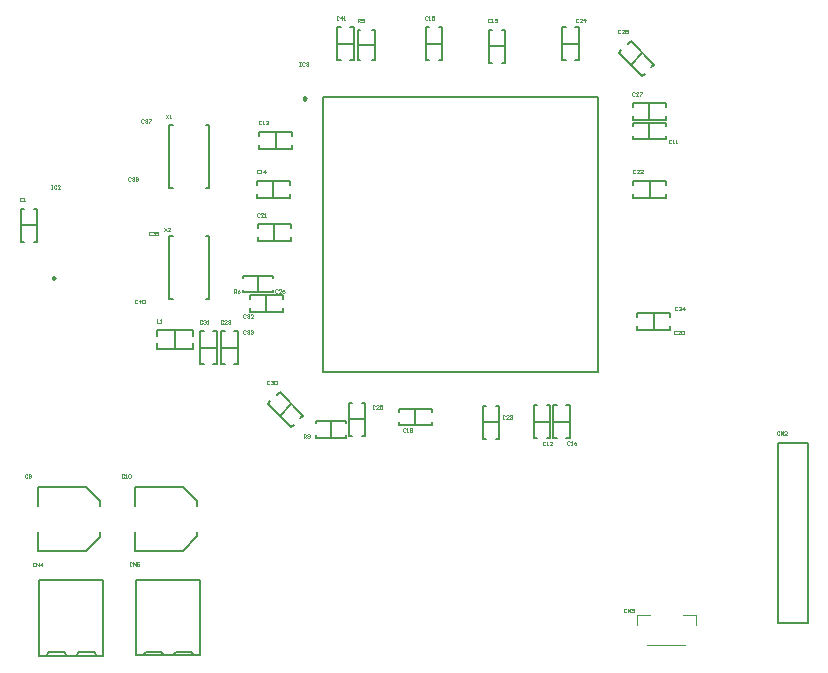
<source format=gto>
G04*
G04 #@! TF.GenerationSoftware,Altium Limited,Altium Designer,23.3.1 (30)*
G04*
G04 Layer_Color=65535*
%FSLAX44Y44*%
%MOMM*%
G71*
G04*
G04 #@! TF.SameCoordinates,1E3CE245-77AB-4D3B-BECC-05931035AD6D*
G04*
G04*
G04 #@! TF.FilePolarity,Positive*
G04*
G01*
G75*
%ADD10C,0.2500*%
%ADD11C,0.1500*%
%ADD12C,0.1000*%
%ADD13C,0.2000*%
%ADD14C,0.0508*%
D10*
X39720Y326080D02*
X37845Y327163D01*
Y324997D01*
X39720Y326080D01*
X252790Y478220D02*
X250915Y479302D01*
Y477137D01*
X252790Y478220D01*
D11*
X461630Y204470D02*
X475630D01*
X461630Y190470D02*
X464630D01*
X461630D02*
Y218470D01*
X464630D01*
X472630D02*
X475630D01*
Y190470D02*
Y218470D01*
X472630Y190470D02*
X475630D01*
X413194Y190070D02*
X416194D01*
Y218070D01*
X413194D02*
X416194D01*
X402194D02*
X405194D01*
X402194Y190070D02*
Y218070D01*
Y190070D02*
X405194D01*
X402194Y204070D02*
X416194D01*
X331078Y201534D02*
Y204534D01*
Y201534D02*
X359078D01*
Y204534D01*
Y212534D02*
Y215534D01*
X331078D02*
X359078D01*
X331078Y212534D02*
Y215534D01*
X345078Y201534D02*
Y215534D01*
X288656Y206648D02*
X302656D01*
X288656Y192648D02*
X291656D01*
X288656D02*
Y220648D01*
X291656D01*
X299656D02*
X302656D01*
Y192648D02*
Y220648D01*
X299656Y192648D02*
X302656D01*
X286108Y203200D02*
Y205120D01*
X260708D02*
X286108D01*
X260708Y203200D02*
Y205120D01*
Y191120D02*
Y193040D01*
Y191120D02*
X286108D01*
Y193040D01*
X273408Y191120D02*
Y205120D01*
X546970Y282560D02*
Y296560D01*
X560970Y282560D02*
Y285560D01*
X532970Y282560D02*
X560970D01*
X532970D02*
Y285560D01*
Y293560D02*
Y296560D01*
X560970D01*
Y293560D02*
Y296560D01*
X469250Y524510D02*
X483250D01*
X480250Y538510D02*
X483250D01*
Y510510D02*
Y538510D01*
X480250Y510510D02*
X483250D01*
X469250D02*
X472250D01*
X469250D02*
Y538510D01*
X472250D01*
X224640Y326390D02*
Y328310D01*
X199240D02*
X224640D01*
X199240Y326390D02*
Y328310D01*
Y314310D02*
Y316230D01*
Y314310D02*
X224640D01*
Y316230D01*
X211940Y314310D02*
Y328310D01*
X162926Y267208D02*
X176926D01*
X162926Y253208D02*
X165926D01*
X162926D02*
Y281208D01*
X165926D01*
X173926D02*
X176926D01*
Y253208D02*
Y281208D01*
X173926Y253208D02*
X176926D01*
X226822Y435722D02*
Y449722D01*
X212822Y446722D02*
Y449722D01*
X240822D01*
Y446722D02*
Y449722D01*
Y435722D02*
Y438722D01*
X212822Y435722D02*
X240822D01*
X212822D02*
Y438722D01*
X278750Y538510D02*
X281750D01*
X278750Y510510D02*
Y538510D01*
Y510510D02*
X281750D01*
X289750D02*
X292750D01*
Y538510D01*
X289750D02*
X292750D01*
X278750Y524510D02*
X292750D01*
X218694Y297800D02*
Y311800D01*
X204694Y308800D02*
Y311800D01*
X232694D01*
Y308800D02*
Y311800D01*
Y297800D02*
Y300800D01*
X204694Y297800D02*
X232694D01*
X204694D02*
Y300800D01*
X557052Y454596D02*
Y457596D01*
X529052D02*
X557052D01*
X529052Y454596D02*
Y457596D01*
Y443596D02*
Y446596D01*
Y443596D02*
X557052D01*
Y446596D01*
X543052Y443596D02*
Y457596D01*
X445120Y204470D02*
X459120D01*
X445120Y190470D02*
X448120D01*
X445120D02*
Y218470D01*
X448120D01*
X456120D02*
X459120D01*
Y190470D02*
Y218470D01*
X456120Y190470D02*
X459120D01*
X21780Y356700D02*
X24780D01*
Y384700D01*
X21780D02*
X24780D01*
X10780D02*
X13780D01*
X10780Y356700D02*
Y384700D01*
Y356700D02*
X13780D01*
X10780Y370700D02*
X24780D01*
X296530Y523390D02*
X310530D01*
X308610Y536090D02*
X310530D01*
Y510690D02*
Y536090D01*
X308610Y510690D02*
X310530D01*
X296530D02*
X298450D01*
X296530D02*
Y536090D01*
X298450D01*
X557052Y471106D02*
Y474106D01*
X529052D02*
X557052D01*
X529052Y471106D02*
Y474106D01*
Y460106D02*
Y463106D01*
Y460106D02*
X557052D01*
Y463106D01*
X543052Y460106D02*
Y474106D01*
X557560Y405320D02*
Y408320D01*
X529560D02*
X557560D01*
X529560Y405320D02*
Y408320D01*
Y394320D02*
Y397320D01*
Y394320D02*
X557560D01*
Y397320D01*
X543560Y394320D02*
Y408320D01*
X211406Y357744D02*
Y360744D01*
Y357744D02*
X239406D01*
Y360744D01*
Y368744D02*
Y371744D01*
X211406D02*
X239406D01*
X211406Y368744D02*
Y371744D01*
X225406Y357744D02*
Y371744D01*
X407020Y536370D02*
X410020D01*
X407020Y508370D02*
Y536370D01*
Y508370D02*
X410020D01*
X418020D02*
X421020D01*
Y536370D01*
X418020D02*
X421020D01*
X407020Y522370D02*
X421020D01*
X353680Y538510D02*
X356680D01*
X353680Y510510D02*
Y538510D01*
Y510510D02*
X356680D01*
X364680D02*
X367680D01*
Y538510D01*
X364680D02*
X367680D01*
X353680Y524510D02*
X367680D01*
X210790Y394320D02*
Y397320D01*
Y394320D02*
X238790D01*
Y397320D01*
Y405320D02*
Y408320D01*
X210790D02*
X238790D01*
X210790Y405320D02*
Y408320D01*
X224790Y394320D02*
Y408320D01*
X191706Y253208D02*
X194706D01*
Y281208D01*
X191706D02*
X194706D01*
X180706D02*
X183706D01*
X180706Y253208D02*
Y281208D01*
Y253208D02*
X183706D01*
X180706Y267208D02*
X194706D01*
X517281Y516760D02*
X519402Y518881D01*
X517281Y516760D02*
X537080Y496961D01*
X539201Y499082D01*
X544858Y504739D02*
X546979Y506860D01*
X527180Y526659D02*
X546979Y506860D01*
X525059Y524538D02*
X527180Y526659D01*
Y506860D02*
X537080Y516760D01*
X220101Y219580D02*
X222222Y221701D01*
X220101Y219580D02*
X239900Y199781D01*
X242021Y201902D01*
X247678Y207559D02*
X249799Y209680D01*
X230000Y229479D02*
X249799Y209680D01*
X227879Y227358D02*
X230000Y229479D01*
Y209680D02*
X239900Y219580D01*
D12*
X541530Y15640D02*
X573530D01*
X582530Y32640D02*
Y40640D01*
X571530D02*
X582530D01*
X532530Y32640D02*
Y40640D01*
X543530D01*
D13*
X170670Y308780D02*
Y361780D01*
X136670Y308780D02*
Y361780D01*
X167670D02*
X170670D01*
X167670Y308780D02*
X170670D01*
X136670Y361780D02*
X139670D01*
X136670Y308780D02*
X139670D01*
X170670Y402760D02*
Y455760D01*
X136670Y402760D02*
Y455760D01*
X167670D02*
X170670D01*
X167670Y402760D02*
X170670D01*
X136670Y455760D02*
X139670D01*
X136670Y402760D02*
X139670D01*
X651764Y186690D02*
X677164D01*
X651764Y34290D02*
X677164D01*
X651764D02*
Y186690D01*
X677164Y34290D02*
Y186690D01*
X116586Y9398D02*
X129286D01*
X114046Y6608D02*
X116586Y9398D01*
X129286D02*
X131826Y6608D01*
X154686Y9398D02*
X157226Y6608D01*
X139446D02*
X141986Y9398D01*
X154686D01*
X108636Y70608D02*
X161636D01*
X108636Y6608D02*
Y70608D01*
Y6608D02*
X162636D01*
Y70608D01*
X161636D02*
X162636D01*
X34544Y9144D02*
X47244D01*
X32004Y6354D02*
X34544Y9144D01*
X47244D02*
X49784Y6354D01*
X72644Y9144D02*
X75184Y6354D01*
X57404D02*
X59944Y9144D01*
X72644D01*
X26594Y70354D02*
X79594D01*
X26594Y6354D02*
Y70354D01*
Y6354D02*
X80594D01*
Y70354D01*
X79594D02*
X80594D01*
X160366Y133428D02*
Y137428D01*
X148366Y149428D02*
X160366Y137428D01*
X107366Y149428D02*
X148366D01*
X107366Y133428D02*
Y149428D01*
X160366Y107428D02*
Y111428D01*
X148366Y95428D02*
X160366Y107428D01*
X107366Y95428D02*
X148366D01*
X107366D02*
Y111428D01*
X78324Y133174D02*
Y137174D01*
X66324Y149174D02*
X78324Y137174D01*
X25324Y149174D02*
X66324D01*
X25324Y133174D02*
Y149174D01*
X78324Y107174D02*
Y111174D01*
X66324Y95174D02*
X78324Y107174D01*
X25324Y95174D02*
X66324D01*
X25324D02*
Y111174D01*
X267040Y479720D02*
X500040D01*
Y246720D02*
Y479720D01*
X267040Y246720D02*
X500040D01*
X267040D02*
Y479720D01*
X156364Y276812D02*
Y281812D01*
X126364D02*
X156364D01*
X126364Y276812D02*
Y281812D01*
X156364Y265812D02*
Y270812D01*
X126364Y265812D02*
X156364D01*
X126364D02*
Y270812D01*
X141364Y265812D02*
Y281812D01*
D14*
X475743Y187452D02*
X475235Y187959D01*
X474219D01*
X473711Y187452D01*
Y185420D01*
X474219Y184912D01*
X475235D01*
X475743Y185420D01*
X476758Y184912D02*
X477774D01*
X477266D01*
Y187959D01*
X476758Y187452D01*
X481329Y187959D02*
X480313Y187452D01*
X479297Y186436D01*
Y185420D01*
X479805Y184912D01*
X480821D01*
X481329Y185420D01*
Y185928D01*
X480821Y186436D01*
X479297D01*
X420879Y209550D02*
X420371Y210058D01*
X419355D01*
X418847Y209550D01*
Y207518D01*
X419355Y207010D01*
X420371D01*
X420879Y207518D01*
X423926Y207010D02*
X421894D01*
X423926Y209042D01*
Y209550D01*
X423418Y210058D01*
X422402D01*
X421894Y209550D01*
X424941D02*
X425449Y210058D01*
X426465D01*
X426973Y209550D01*
Y209042D01*
X426465Y208534D01*
X425957D01*
X426465D01*
X426973Y208026D01*
Y207518D01*
X426465Y207010D01*
X425449D01*
X424941Y207518D01*
X336805Y198374D02*
X336297Y198881D01*
X335281D01*
X334773Y198374D01*
Y196342D01*
X335281Y195835D01*
X336297D01*
X336805Y196342D01*
X337820Y195835D02*
X338836D01*
X338328D01*
Y198881D01*
X337820Y198374D01*
X340359D02*
X340867Y198881D01*
X341883D01*
X342391Y198374D01*
Y197866D01*
X341883Y197358D01*
X342391Y196850D01*
Y196342D01*
X341883Y195835D01*
X340867D01*
X340359Y196342D01*
Y196850D01*
X340867Y197358D01*
X340359Y197866D01*
Y198374D01*
X340867Y197358D02*
X341883D01*
X310897Y218186D02*
X310389Y218694D01*
X309373D01*
X308865Y218186D01*
Y216154D01*
X309373Y215646D01*
X310389D01*
X310897Y216154D01*
X313944Y215646D02*
X311912D01*
X313944Y217678D01*
Y218186D01*
X313436Y218694D01*
X312420D01*
X311912Y218186D01*
X316991Y218694D02*
X314959D01*
Y217170D01*
X315975Y217678D01*
X316483D01*
X316991Y217170D01*
Y216154D01*
X316483Y215646D01*
X315467D01*
X314959Y216154D01*
X250445Y190755D02*
Y193801D01*
X251968D01*
X252476Y193294D01*
Y192278D01*
X251968Y191770D01*
X250445D01*
X251460D02*
X252476Y190755D01*
X253492Y193294D02*
X254000Y193801D01*
X255015D01*
X255523Y193294D01*
Y192786D01*
X255015Y192278D01*
X254508D01*
X255015D01*
X255523Y191770D01*
Y191262D01*
X255015Y190755D01*
X254000D01*
X253492Y191262D01*
X523749Y45720D02*
X523241Y46227D01*
X522225D01*
X521717Y45720D01*
Y43688D01*
X522225Y43180D01*
X523241D01*
X523749Y43688D01*
X524764Y43180D02*
Y46227D01*
X526796Y43180D01*
Y46227D01*
X527811Y45720D02*
X528319Y46227D01*
X529335D01*
X529843Y45720D01*
Y45212D01*
X529335Y44704D01*
X528827D01*
X529335D01*
X529843Y44196D01*
Y43688D01*
X529335Y43180D01*
X528319D01*
X527811Y43688D01*
X566167Y280924D02*
X565659Y281432D01*
X564643D01*
X564135Y280924D01*
Y278892D01*
X564643Y278384D01*
X565659D01*
X566167Y278892D01*
X569214Y278384D02*
X567182D01*
X569214Y280416D01*
Y280924D01*
X568706Y281432D01*
X567690D01*
X567182Y280924D01*
X570229D02*
X570737Y281432D01*
X571753D01*
X572261Y280924D01*
Y278892D01*
X571753Y278384D01*
X570737D01*
X570229Y278892D01*
Y280924D01*
X566929Y301244D02*
X566421Y301751D01*
X565405D01*
X564897Y301244D01*
Y299212D01*
X565405Y298704D01*
X566421D01*
X566929Y299212D01*
X567944Y301244D02*
X568452Y301751D01*
X569468D01*
X569976Y301244D01*
Y300736D01*
X569468Y300228D01*
X568960D01*
X569468D01*
X569976Y299720D01*
Y299212D01*
X569468Y298704D01*
X568452D01*
X567944Y299212D01*
X572515Y298704D02*
Y301751D01*
X570991Y300228D01*
X573023D01*
X483109Y545338D02*
X482601Y545845D01*
X481585D01*
X481077Y545338D01*
Y543306D01*
X481585Y542799D01*
X482601D01*
X483109Y543306D01*
X486156Y542799D02*
X484124D01*
X486156Y544830D01*
Y545338D01*
X485648Y545845D01*
X484632D01*
X484124Y545338D01*
X488695Y542799D02*
Y545845D01*
X487171Y544322D01*
X489203D01*
X115063Y460248D02*
X114555Y460756D01*
X113539D01*
X113031Y460248D01*
Y458216D01*
X113539Y457709D01*
X114555D01*
X115063Y458216D01*
X116078Y460248D02*
X116586Y460756D01*
X117602D01*
X118110Y460248D01*
Y459740D01*
X117602Y459232D01*
X117094D01*
X117602D01*
X118110Y458724D01*
Y458216D01*
X117602Y457709D01*
X116586D01*
X116078Y458216D01*
X119125Y460756D02*
X121157D01*
Y460248D01*
X119125Y458216D01*
Y457709D01*
X104141Y411226D02*
X103633Y411734D01*
X102617D01*
X102109Y411226D01*
Y409194D01*
X102617Y408686D01*
X103633D01*
X104141Y409194D01*
X105156Y411226D02*
X105664Y411734D01*
X106680D01*
X107188Y411226D01*
Y410718D01*
X106680Y410210D01*
X106172D01*
X106680D01*
X107188Y409702D01*
Y409194D01*
X106680Y408686D01*
X105664D01*
X105156Y409194D01*
X108203Y411226D02*
X108711Y411734D01*
X109727D01*
X110235Y411226D01*
Y410718D01*
X109727Y410210D01*
X110235Y409702D01*
Y409194D01*
X109727Y408686D01*
X108711D01*
X108203Y409194D01*
Y409702D01*
X108711Y410210D01*
X108203Y410718D01*
Y411226D01*
X108711Y410210D02*
X109727D01*
X132335Y368807D02*
X134366Y365760D01*
Y368807D02*
X132335Y365760D01*
X137413D02*
X135382D01*
X137413Y367792D01*
Y368300D01*
X136905Y368807D01*
X135890D01*
X135382Y368300D01*
X121413Y364998D02*
X120905Y365505D01*
X119889D01*
X119381Y364998D01*
Y362966D01*
X119889Y362458D01*
X120905D01*
X121413Y362966D01*
X122428Y364998D02*
X122936Y365505D01*
X123952D01*
X124460Y364998D01*
Y364490D01*
X123952Y363982D01*
X123444D01*
X123952D01*
X124460Y363474D01*
Y362966D01*
X123952Y362458D01*
X122936D01*
X122428Y362966D01*
X125475D02*
X125983Y362458D01*
X126999D01*
X127507Y362966D01*
Y364998D01*
X126999Y365505D01*
X125983D01*
X125475Y364998D01*
Y364490D01*
X125983Y363982D01*
X127507D01*
X109729Y307340D02*
X109221Y307847D01*
X108205D01*
X107697Y307340D01*
Y305308D01*
X108205Y304800D01*
X109221D01*
X109729Y305308D01*
X112268Y304800D02*
Y307847D01*
X110744Y306324D01*
X112776D01*
X113791Y307340D02*
X114299Y307847D01*
X115315D01*
X115823Y307340D01*
Y305308D01*
X115315Y304800D01*
X114299D01*
X113791Y305308D01*
Y307340D01*
X191517Y313437D02*
Y316483D01*
X193040D01*
X193548Y315976D01*
Y314960D01*
X193040Y314452D01*
X191517D01*
X192533D02*
X193548Y313437D01*
X196595Y316483D02*
X195579Y315976D01*
X194564Y314960D01*
Y313944D01*
X195072Y313437D01*
X196087D01*
X196595Y313944D01*
Y314452D01*
X196087Y314960D01*
X194564D01*
X280415Y547369D02*
X279907Y547877D01*
X278892D01*
X278384Y547369D01*
Y545338D01*
X278892Y544830D01*
X279907D01*
X280415Y545338D01*
X282955Y544830D02*
Y547877D01*
X281431Y546353D01*
X283462D01*
X284478Y544830D02*
X285494D01*
X284986D01*
Y547877D01*
X284478Y547369D01*
X133859Y464311D02*
X135890Y461264D01*
Y464311D02*
X133859Y461264D01*
X136906D02*
X137921D01*
X137414D01*
Y464311D01*
X136906Y463804D01*
X296164Y542798D02*
Y545845D01*
X297687D01*
X298195Y545337D01*
Y544322D01*
X297687Y543814D01*
X296164D01*
X297180D02*
X298195Y542798D01*
X301242Y545845D02*
X299211D01*
Y544322D01*
X300227Y544829D01*
X300735D01*
X301242Y544322D01*
Y543306D01*
X300735Y542798D01*
X299719D01*
X299211Y543306D01*
X125984Y291337D02*
Y288290D01*
X128015D01*
X129031D02*
X130047D01*
X129539D01*
Y291337D01*
X129031Y290829D01*
X246888Y509015D02*
X247904D01*
X247396D01*
Y505968D01*
X246888D01*
X247904D01*
X251458Y508507D02*
X250951Y509015D01*
X249935D01*
X249427Y508507D01*
Y506476D01*
X249935Y505968D01*
X250951D01*
X251458Y506476D01*
X252474Y508507D02*
X252982Y509015D01*
X253998D01*
X254506Y508507D01*
Y507999D01*
X253998Y507491D01*
X253490D01*
X253998D01*
X254506Y506984D01*
Y506476D01*
X253998Y505968D01*
X252982D01*
X252474Y506476D01*
X36576Y404875D02*
X37592D01*
X37084D01*
Y401828D01*
X36576D01*
X37592D01*
X41146Y404367D02*
X40639Y404875D01*
X39623D01*
X39115Y404367D01*
Y402336D01*
X39623Y401828D01*
X40639D01*
X41146Y402336D01*
X44194Y401828D02*
X42162D01*
X44194Y403859D01*
Y404367D01*
X43686Y404875D01*
X42670D01*
X42162Y404367D01*
X105155Y84835D02*
X104648Y85343D01*
X103632D01*
X103124Y84835D01*
Y82804D01*
X103632Y82296D01*
X104648D01*
X105155Y82804D01*
X106171Y82296D02*
Y85343D01*
X108202Y82296D01*
Y85343D01*
X111249D02*
X109218D01*
Y83820D01*
X110234Y84327D01*
X110742D01*
X111249Y83820D01*
Y82804D01*
X110742Y82296D01*
X109726D01*
X109218Y82804D01*
X23113Y84581D02*
X22606Y85089D01*
X21590D01*
X21082Y84581D01*
Y82550D01*
X21590Y82042D01*
X22606D01*
X23113Y82550D01*
X24129Y82042D02*
Y85089D01*
X26160Y82042D01*
Y85089D01*
X28700Y82042D02*
Y85089D01*
X27176Y83566D01*
X29207D01*
X653287Y195833D02*
X652779Y196341D01*
X651764D01*
X651256Y195833D01*
Y193802D01*
X651764Y193294D01*
X652779D01*
X653287Y193802D01*
X654303Y193294D02*
Y196341D01*
X656334Y193294D01*
Y196341D01*
X659381Y193294D02*
X657350D01*
X659381Y195325D01*
Y195833D01*
X658874Y196341D01*
X657858D01*
X657350Y195833D01*
X201423Y281686D02*
X200915Y282194D01*
X199899D01*
X199391Y281686D01*
Y279654D01*
X199899Y279146D01*
X200915D01*
X201423Y279654D01*
X202438Y281686D02*
X202946Y282194D01*
X203962D01*
X204470Y281686D01*
Y281178D01*
X203962Y280670D01*
X203454D01*
X203962D01*
X204470Y280162D01*
Y279654D01*
X203962Y279146D01*
X202946D01*
X202438Y279654D01*
X205485Y281686D02*
X205993Y282194D01*
X207009D01*
X207517Y281686D01*
Y281178D01*
X207009Y280670D01*
X206501D01*
X207009D01*
X207517Y280162D01*
Y279654D01*
X207009Y279146D01*
X205993D01*
X205485Y279654D01*
X201423Y294894D02*
X200915Y295401D01*
X199899D01*
X199391Y294894D01*
Y292862D01*
X199899Y292355D01*
X200915D01*
X201423Y292862D01*
X202438Y294894D02*
X202946Y295401D01*
X203962D01*
X204470Y294894D01*
Y294386D01*
X203962Y293878D01*
X203454D01*
X203962D01*
X204470Y293370D01*
Y292862D01*
X203962Y292355D01*
X202946D01*
X202438Y292862D01*
X207517Y292355D02*
X205485D01*
X207517Y294386D01*
Y294894D01*
X207009Y295401D01*
X205993D01*
X205485Y294894D01*
X164591Y290067D02*
X164083Y290575D01*
X163068D01*
X162560Y290067D01*
Y288036D01*
X163068Y287528D01*
X164083D01*
X164591Y288036D01*
X165607Y290067D02*
X166115Y290575D01*
X167131D01*
X167638Y290067D01*
Y289559D01*
X167131Y289051D01*
X166623D01*
X167131D01*
X167638Y288544D01*
Y288036D01*
X167131Y287528D01*
X166115D01*
X165607Y288036D01*
X168654Y287528D02*
X169670D01*
X169162D01*
Y290575D01*
X168654Y290067D01*
X221487Y238759D02*
X220979Y239267D01*
X219964D01*
X219456Y238759D01*
Y236728D01*
X219964Y236220D01*
X220979D01*
X221487Y236728D01*
X222503Y238759D02*
X223011Y239267D01*
X224027D01*
X224534Y238759D01*
Y238251D01*
X224027Y237743D01*
X223519D01*
X224027D01*
X224534Y237236D01*
Y236728D01*
X224027Y236220D01*
X223011D01*
X222503Y236728D01*
X225550Y238759D02*
X226058Y239267D01*
X227073D01*
X227581Y238759D01*
Y236728D01*
X227073Y236220D01*
X226058D01*
X225550Y236728D01*
Y238759D01*
X182371Y290067D02*
X181863Y290575D01*
X180848D01*
X180340Y290067D01*
Y288036D01*
X180848Y287528D01*
X181863D01*
X182371Y288036D01*
X185418Y287528D02*
X183387D01*
X185418Y289559D01*
Y290067D01*
X184911Y290575D01*
X183895D01*
X183387Y290067D01*
X186434Y288036D02*
X186942Y287528D01*
X187957D01*
X188465Y288036D01*
Y290067D01*
X187957Y290575D01*
X186942D01*
X186434Y290067D01*
Y289559D01*
X186942Y289051D01*
X188465D01*
X518667Y535939D02*
X518159Y536447D01*
X517144D01*
X516636Y535939D01*
Y533908D01*
X517144Y533400D01*
X518159D01*
X518667Y533908D01*
X521714Y533400D02*
X519683D01*
X521714Y535431D01*
Y535939D01*
X521207Y536447D01*
X520191D01*
X519683Y535939D01*
X522730D02*
X523238Y536447D01*
X524254D01*
X524761Y535939D01*
Y535431D01*
X524254Y534924D01*
X524761Y534416D01*
Y533908D01*
X524254Y533400D01*
X523238D01*
X522730Y533908D01*
Y534416D01*
X523238Y534924D01*
X522730Y535431D01*
Y535939D01*
X523238Y534924D02*
X524254D01*
X530859Y483107D02*
X530351Y483615D01*
X529336D01*
X528828Y483107D01*
Y481076D01*
X529336Y480568D01*
X530351D01*
X530859Y481076D01*
X533906Y480568D02*
X531875D01*
X533906Y482599D01*
Y483107D01*
X533399Y483615D01*
X532383D01*
X531875Y483107D01*
X534922Y483615D02*
X536953D01*
Y483107D01*
X534922Y481076D01*
Y480568D01*
X228347Y315976D02*
X227839Y316483D01*
X226823D01*
X226315Y315976D01*
Y313944D01*
X226823Y313437D01*
X227839D01*
X228347Y313944D01*
X231394Y313437D02*
X229362D01*
X231394Y315468D01*
Y315976D01*
X230886Y316483D01*
X229870D01*
X229362Y315976D01*
X234441Y316483D02*
X233425Y315976D01*
X232409Y314960D01*
Y313944D01*
X232917Y313437D01*
X233933D01*
X234441Y313944D01*
Y314452D01*
X233933Y314960D01*
X232409D01*
X531367Y417321D02*
X530859Y417829D01*
X529844D01*
X529336Y417321D01*
Y415290D01*
X529844Y414782D01*
X530859D01*
X531367Y415290D01*
X534414Y414782D02*
X532383D01*
X534414Y416813D01*
Y417321D01*
X533907Y417829D01*
X532891D01*
X532383Y417321D01*
X537461Y414782D02*
X535430D01*
X537461Y416813D01*
Y417321D01*
X536954Y417829D01*
X535938D01*
X535430Y417321D01*
X213105Y380745D02*
X212598Y381253D01*
X211582D01*
X211074Y380745D01*
Y378714D01*
X211582Y378206D01*
X212598D01*
X213105Y378714D01*
X216152Y378206D02*
X214121D01*
X216152Y380237D01*
Y380745D01*
X215644Y381253D01*
X214629D01*
X214121Y380745D01*
X217168Y378206D02*
X218184D01*
X217676D01*
Y381253D01*
X217168Y380745D01*
X408685Y545337D02*
X408177Y545845D01*
X407162D01*
X406654Y545337D01*
Y543306D01*
X407162Y542798D01*
X408177D01*
X408685Y543306D01*
X409701Y542798D02*
X410717D01*
X410209D01*
Y545845D01*
X409701Y545337D01*
X412240Y543306D02*
X412748Y542798D01*
X413764D01*
X414272Y543306D01*
Y545337D01*
X413764Y545845D01*
X412748D01*
X412240Y545337D01*
Y544829D01*
X412748Y544322D01*
X414272D01*
X355345Y547369D02*
X354837Y547877D01*
X353822D01*
X353314Y547369D01*
Y545338D01*
X353822Y544830D01*
X354837D01*
X355345Y545338D01*
X356361Y544830D02*
X357377D01*
X356869D01*
Y547877D01*
X356361Y547369D01*
X360932Y547877D02*
X358900D01*
Y546353D01*
X359916Y546861D01*
X360424D01*
X360932Y546353D01*
Y545338D01*
X360424Y544830D01*
X359408D01*
X358900Y545338D01*
X212597Y417321D02*
X212090Y417829D01*
X211074D01*
X210566Y417321D01*
Y415290D01*
X211074Y414782D01*
X212090D01*
X212597Y415290D01*
X213613Y414782D02*
X214629D01*
X214121D01*
Y417829D01*
X213613Y417321D01*
X217676Y414782D02*
Y417829D01*
X216152Y416306D01*
X218183D01*
X214629Y458723D02*
X214121Y459231D01*
X213106D01*
X212598Y458723D01*
Y456692D01*
X213106Y456184D01*
X214121D01*
X214629Y456692D01*
X215645Y456184D02*
X216661D01*
X216153D01*
Y459231D01*
X215645Y458723D01*
X218184D02*
X218692Y459231D01*
X219708D01*
X220215Y458723D01*
Y458215D01*
X219708Y457707D01*
X219200D01*
X219708D01*
X220215Y457200D01*
Y456692D01*
X219708Y456184D01*
X218692D01*
X218184Y456692D01*
X455169Y187198D02*
X454661Y187705D01*
X453645D01*
X453137Y187198D01*
Y185166D01*
X453645Y184659D01*
X454661D01*
X455169Y185166D01*
X456184Y184659D02*
X457200D01*
X456692D01*
Y187705D01*
X456184Y187198D01*
X460755Y184659D02*
X458723D01*
X460755Y186690D01*
Y187198D01*
X460247Y187705D01*
X459231D01*
X458723Y187198D01*
X561848Y442722D02*
X561341Y443229D01*
X560325D01*
X559817Y442722D01*
Y440690D01*
X560325Y440182D01*
X561341D01*
X561848Y440690D01*
X562864Y440182D02*
X563880D01*
X563372D01*
Y443229D01*
X562864Y442722D01*
X565403Y440182D02*
X566419D01*
X565911D01*
Y443229D01*
X565403Y442722D01*
X98551Y159765D02*
X98043Y160273D01*
X97028D01*
X96520Y159765D01*
Y157734D01*
X97028Y157226D01*
X98043D01*
X98551Y157734D01*
X99567Y157226D02*
X100583D01*
X100075D01*
Y160273D01*
X99567Y159765D01*
X102106D02*
X102614Y160273D01*
X103630D01*
X104137Y159765D01*
Y157734D01*
X103630Y157226D01*
X102614D01*
X102106Y157734D01*
Y159765D01*
X16509Y159511D02*
X16001Y160019D01*
X14986D01*
X14478Y159511D01*
Y157480D01*
X14986Y156972D01*
X16001D01*
X16509Y157480D01*
X17525D02*
X18033Y156972D01*
X19049D01*
X19556Y157480D01*
Y159511D01*
X19049Y160019D01*
X18033D01*
X17525Y159511D01*
Y159003D01*
X18033Y158496D01*
X19556D01*
X12445Y393699D02*
X11938Y394207D01*
X10922D01*
X10414Y393699D01*
Y391668D01*
X10922Y391160D01*
X11938D01*
X12445Y391668D01*
X13461Y391160D02*
X14477D01*
X13969D01*
Y394207D01*
X13461Y393699D01*
M02*

</source>
